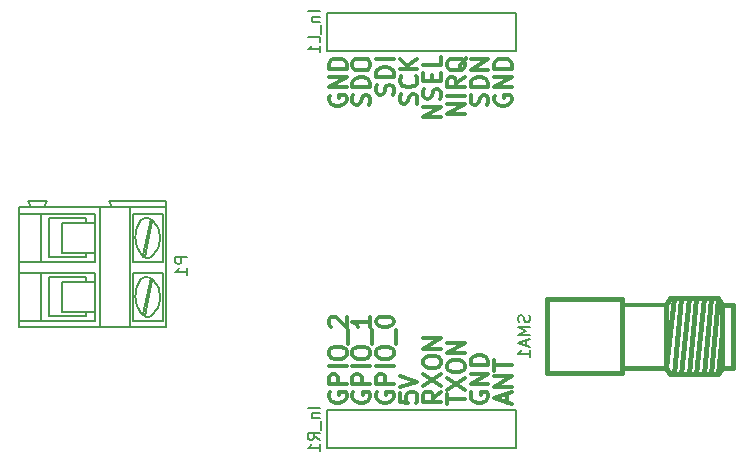
<source format=gbo>
G04 #@! TF.FileFunction,Legend,Bot*
%FSLAX46Y46*%
G04 Gerber Fmt 4.6, Leading zero omitted, Abs format (unit mm)*
G04 Created by KiCad (PCBNEW 4.0.2-4+6225~38~ubuntu15.10.1-stable) date vie 19 feb 2016 01:19:40 CLT*
%MOMM*%
G01*
G04 APERTURE LIST*
%ADD10C,0.150000*%
%ADD11C,0.300000*%
%ADD12C,0.381000*%
%ADD13C,0.318000*%
G04 APERTURE END LIST*
D10*
D11*
X76030800Y-72366686D02*
X76030800Y-71652400D01*
X76459371Y-72509543D02*
X74959371Y-72009543D01*
X76459371Y-71509543D01*
X76459371Y-71009543D02*
X74959371Y-71009543D01*
X76459371Y-70152400D01*
X74959371Y-70152400D01*
X74959371Y-69652400D02*
X74959371Y-68795257D01*
X76459371Y-69223828D02*
X74959371Y-69223828D01*
X61030800Y-46380972D02*
X60959371Y-46523829D01*
X60959371Y-46738115D01*
X61030800Y-46952400D01*
X61173657Y-47095258D01*
X61316514Y-47166686D01*
X61602229Y-47238115D01*
X61816514Y-47238115D01*
X62102229Y-47166686D01*
X62245086Y-47095258D01*
X62387943Y-46952400D01*
X62459371Y-46738115D01*
X62459371Y-46595258D01*
X62387943Y-46380972D01*
X62316514Y-46309543D01*
X61816514Y-46309543D01*
X61816514Y-46595258D01*
X62459371Y-45666686D02*
X60959371Y-45666686D01*
X62459371Y-44809543D01*
X60959371Y-44809543D01*
X62459371Y-44095257D02*
X60959371Y-44095257D01*
X60959371Y-43738114D01*
X61030800Y-43523829D01*
X61173657Y-43380971D01*
X61316514Y-43309543D01*
X61602229Y-43238114D01*
X61816514Y-43238114D01*
X62102229Y-43309543D01*
X62245086Y-43380971D01*
X62387943Y-43523829D01*
X62459371Y-43738114D01*
X62459371Y-44095257D01*
X75030800Y-46380972D02*
X74959371Y-46523829D01*
X74959371Y-46738115D01*
X75030800Y-46952400D01*
X75173657Y-47095258D01*
X75316514Y-47166686D01*
X75602229Y-47238115D01*
X75816514Y-47238115D01*
X76102229Y-47166686D01*
X76245086Y-47095258D01*
X76387943Y-46952400D01*
X76459371Y-46738115D01*
X76459371Y-46595258D01*
X76387943Y-46380972D01*
X76316514Y-46309543D01*
X75816514Y-46309543D01*
X75816514Y-46595258D01*
X76459371Y-45666686D02*
X74959371Y-45666686D01*
X76459371Y-44809543D01*
X74959371Y-44809543D01*
X76459371Y-44095257D02*
X74959371Y-44095257D01*
X74959371Y-43738114D01*
X75030800Y-43523829D01*
X75173657Y-43380971D01*
X75316514Y-43309543D01*
X75602229Y-43238114D01*
X75816514Y-43238114D01*
X76102229Y-43309543D01*
X76245086Y-43380971D01*
X76387943Y-43523829D01*
X76459371Y-43738114D01*
X76459371Y-44095257D01*
X64387943Y-47166686D02*
X64459371Y-46952400D01*
X64459371Y-46595257D01*
X64387943Y-46452400D01*
X64316514Y-46380971D01*
X64173657Y-46309543D01*
X64030800Y-46309543D01*
X63887943Y-46380971D01*
X63816514Y-46452400D01*
X63745086Y-46595257D01*
X63673657Y-46880971D01*
X63602229Y-47023829D01*
X63530800Y-47095257D01*
X63387943Y-47166686D01*
X63245086Y-47166686D01*
X63102229Y-47095257D01*
X63030800Y-47023829D01*
X62959371Y-46880971D01*
X62959371Y-46523829D01*
X63030800Y-46309543D01*
X64459371Y-45666686D02*
X62959371Y-45666686D01*
X62959371Y-45309543D01*
X63030800Y-45095258D01*
X63173657Y-44952400D01*
X63316514Y-44880972D01*
X63602229Y-44809543D01*
X63816514Y-44809543D01*
X64102229Y-44880972D01*
X64245086Y-44952400D01*
X64387943Y-45095258D01*
X64459371Y-45309543D01*
X64459371Y-45666686D01*
X62959371Y-43880972D02*
X62959371Y-43595258D01*
X63030800Y-43452400D01*
X63173657Y-43309543D01*
X63459371Y-43238115D01*
X63959371Y-43238115D01*
X64245086Y-43309543D01*
X64387943Y-43452400D01*
X64459371Y-43595258D01*
X64459371Y-43880972D01*
X64387943Y-44023829D01*
X64245086Y-44166686D01*
X63959371Y-44238115D01*
X63459371Y-44238115D01*
X63173657Y-44166686D01*
X63030800Y-44023829D01*
X62959371Y-43880972D01*
X66387943Y-46309543D02*
X66459371Y-46095257D01*
X66459371Y-45738114D01*
X66387943Y-45595257D01*
X66316514Y-45523828D01*
X66173657Y-45452400D01*
X66030800Y-45452400D01*
X65887943Y-45523828D01*
X65816514Y-45595257D01*
X65745086Y-45738114D01*
X65673657Y-46023828D01*
X65602229Y-46166686D01*
X65530800Y-46238114D01*
X65387943Y-46309543D01*
X65245086Y-46309543D01*
X65102229Y-46238114D01*
X65030800Y-46166686D01*
X64959371Y-46023828D01*
X64959371Y-45666686D01*
X65030800Y-45452400D01*
X66459371Y-44809543D02*
X64959371Y-44809543D01*
X64959371Y-44452400D01*
X65030800Y-44238115D01*
X65173657Y-44095257D01*
X65316514Y-44023829D01*
X65602229Y-43952400D01*
X65816514Y-43952400D01*
X66102229Y-44023829D01*
X66245086Y-44095257D01*
X66387943Y-44238115D01*
X66459371Y-44452400D01*
X66459371Y-44809543D01*
X66459371Y-43309543D02*
X64959371Y-43309543D01*
X68387943Y-47095257D02*
X68459371Y-46880971D01*
X68459371Y-46523828D01*
X68387943Y-46380971D01*
X68316514Y-46309542D01*
X68173657Y-46238114D01*
X68030800Y-46238114D01*
X67887943Y-46309542D01*
X67816514Y-46380971D01*
X67745086Y-46523828D01*
X67673657Y-46809542D01*
X67602229Y-46952400D01*
X67530800Y-47023828D01*
X67387943Y-47095257D01*
X67245086Y-47095257D01*
X67102229Y-47023828D01*
X67030800Y-46952400D01*
X66959371Y-46809542D01*
X66959371Y-46452400D01*
X67030800Y-46238114D01*
X68316514Y-44738114D02*
X68387943Y-44809543D01*
X68459371Y-45023829D01*
X68459371Y-45166686D01*
X68387943Y-45380971D01*
X68245086Y-45523829D01*
X68102229Y-45595257D01*
X67816514Y-45666686D01*
X67602229Y-45666686D01*
X67316514Y-45595257D01*
X67173657Y-45523829D01*
X67030800Y-45380971D01*
X66959371Y-45166686D01*
X66959371Y-45023829D01*
X67030800Y-44809543D01*
X67102229Y-44738114D01*
X68459371Y-44095257D02*
X66959371Y-44095257D01*
X68459371Y-43238114D02*
X67602229Y-43880971D01*
X66959371Y-43238114D02*
X67816514Y-44095257D01*
X70459371Y-48166686D02*
X68959371Y-48166686D01*
X70459371Y-47309543D01*
X68959371Y-47309543D01*
X70387943Y-46666686D02*
X70459371Y-46452400D01*
X70459371Y-46095257D01*
X70387943Y-45952400D01*
X70316514Y-45880971D01*
X70173657Y-45809543D01*
X70030800Y-45809543D01*
X69887943Y-45880971D01*
X69816514Y-45952400D01*
X69745086Y-46095257D01*
X69673657Y-46380971D01*
X69602229Y-46523829D01*
X69530800Y-46595257D01*
X69387943Y-46666686D01*
X69245086Y-46666686D01*
X69102229Y-46595257D01*
X69030800Y-46523829D01*
X68959371Y-46380971D01*
X68959371Y-46023829D01*
X69030800Y-45809543D01*
X69673657Y-45166686D02*
X69673657Y-44666686D01*
X70459371Y-44452400D02*
X70459371Y-45166686D01*
X68959371Y-45166686D01*
X68959371Y-44452400D01*
X70459371Y-43095257D02*
X70459371Y-43809543D01*
X68959371Y-43809543D01*
X72459371Y-47952401D02*
X70959371Y-47952401D01*
X72459371Y-47095258D01*
X70959371Y-47095258D01*
X72459371Y-46380972D02*
X70959371Y-46380972D01*
X72459371Y-44809543D02*
X71745086Y-45309543D01*
X72459371Y-45666686D02*
X70959371Y-45666686D01*
X70959371Y-45095258D01*
X71030800Y-44952400D01*
X71102229Y-44880972D01*
X71245086Y-44809543D01*
X71459371Y-44809543D01*
X71602229Y-44880972D01*
X71673657Y-44952400D01*
X71745086Y-45095258D01*
X71745086Y-45666686D01*
X72602229Y-43166686D02*
X72530800Y-43309543D01*
X72387943Y-43452400D01*
X72173657Y-43666686D01*
X72102229Y-43809543D01*
X72102229Y-43952400D01*
X72459371Y-43880972D02*
X72387943Y-44023829D01*
X72245086Y-44166686D01*
X71959371Y-44238115D01*
X71459371Y-44238115D01*
X71173657Y-44166686D01*
X71030800Y-44023829D01*
X70959371Y-43880972D01*
X70959371Y-43595258D01*
X71030800Y-43452400D01*
X71173657Y-43309543D01*
X71459371Y-43238115D01*
X71959371Y-43238115D01*
X72245086Y-43309543D01*
X72387943Y-43452400D01*
X72459371Y-43595258D01*
X72459371Y-43880972D01*
X74387943Y-47166686D02*
X74459371Y-46952400D01*
X74459371Y-46595257D01*
X74387943Y-46452400D01*
X74316514Y-46380971D01*
X74173657Y-46309543D01*
X74030800Y-46309543D01*
X73887943Y-46380971D01*
X73816514Y-46452400D01*
X73745086Y-46595257D01*
X73673657Y-46880971D01*
X73602229Y-47023829D01*
X73530800Y-47095257D01*
X73387943Y-47166686D01*
X73245086Y-47166686D01*
X73102229Y-47095257D01*
X73030800Y-47023829D01*
X72959371Y-46880971D01*
X72959371Y-46523829D01*
X73030800Y-46309543D01*
X74459371Y-45666686D02*
X72959371Y-45666686D01*
X72959371Y-45309543D01*
X73030800Y-45095258D01*
X73173657Y-44952400D01*
X73316514Y-44880972D01*
X73602229Y-44809543D01*
X73816514Y-44809543D01*
X74102229Y-44880972D01*
X74245086Y-44952400D01*
X74387943Y-45095258D01*
X74459371Y-45309543D01*
X74459371Y-45666686D01*
X74459371Y-44166686D02*
X72959371Y-44166686D01*
X74459371Y-43309543D01*
X72959371Y-43309543D01*
X61030800Y-71509543D02*
X60959371Y-71652400D01*
X60959371Y-71866686D01*
X61030800Y-72080971D01*
X61173657Y-72223829D01*
X61316514Y-72295257D01*
X61602229Y-72366686D01*
X61816514Y-72366686D01*
X62102229Y-72295257D01*
X62245086Y-72223829D01*
X62387943Y-72080971D01*
X62459371Y-71866686D01*
X62459371Y-71723829D01*
X62387943Y-71509543D01*
X62316514Y-71438114D01*
X61816514Y-71438114D01*
X61816514Y-71723829D01*
X62459371Y-70795257D02*
X60959371Y-70795257D01*
X60959371Y-70223829D01*
X61030800Y-70080971D01*
X61102229Y-70009543D01*
X61245086Y-69938114D01*
X61459371Y-69938114D01*
X61602229Y-70009543D01*
X61673657Y-70080971D01*
X61745086Y-70223829D01*
X61745086Y-70795257D01*
X62459371Y-69295257D02*
X60959371Y-69295257D01*
X60959371Y-68295257D02*
X60959371Y-68009543D01*
X61030800Y-67866685D01*
X61173657Y-67723828D01*
X61459371Y-67652400D01*
X61959371Y-67652400D01*
X62245086Y-67723828D01*
X62387943Y-67866685D01*
X62459371Y-68009543D01*
X62459371Y-68295257D01*
X62387943Y-68438114D01*
X62245086Y-68580971D01*
X61959371Y-68652400D01*
X61459371Y-68652400D01*
X61173657Y-68580971D01*
X61030800Y-68438114D01*
X60959371Y-68295257D01*
X62602229Y-67366685D02*
X62602229Y-66223828D01*
X61102229Y-65938114D02*
X61030800Y-65866685D01*
X60959371Y-65723828D01*
X60959371Y-65366685D01*
X61030800Y-65223828D01*
X61102229Y-65152399D01*
X61245086Y-65080971D01*
X61387943Y-65080971D01*
X61602229Y-65152399D01*
X62459371Y-66009542D01*
X62459371Y-65080971D01*
X63030800Y-71509543D02*
X62959371Y-71652400D01*
X62959371Y-71866686D01*
X63030800Y-72080971D01*
X63173657Y-72223829D01*
X63316514Y-72295257D01*
X63602229Y-72366686D01*
X63816514Y-72366686D01*
X64102229Y-72295257D01*
X64245086Y-72223829D01*
X64387943Y-72080971D01*
X64459371Y-71866686D01*
X64459371Y-71723829D01*
X64387943Y-71509543D01*
X64316514Y-71438114D01*
X63816514Y-71438114D01*
X63816514Y-71723829D01*
X64459371Y-70795257D02*
X62959371Y-70795257D01*
X62959371Y-70223829D01*
X63030800Y-70080971D01*
X63102229Y-70009543D01*
X63245086Y-69938114D01*
X63459371Y-69938114D01*
X63602229Y-70009543D01*
X63673657Y-70080971D01*
X63745086Y-70223829D01*
X63745086Y-70795257D01*
X64459371Y-69295257D02*
X62959371Y-69295257D01*
X62959371Y-68295257D02*
X62959371Y-68009543D01*
X63030800Y-67866685D01*
X63173657Y-67723828D01*
X63459371Y-67652400D01*
X63959371Y-67652400D01*
X64245086Y-67723828D01*
X64387943Y-67866685D01*
X64459371Y-68009543D01*
X64459371Y-68295257D01*
X64387943Y-68438114D01*
X64245086Y-68580971D01*
X63959371Y-68652400D01*
X63459371Y-68652400D01*
X63173657Y-68580971D01*
X63030800Y-68438114D01*
X62959371Y-68295257D01*
X64602229Y-67366685D02*
X64602229Y-66223828D01*
X64459371Y-65080971D02*
X64459371Y-65938114D01*
X64459371Y-65509542D02*
X62959371Y-65509542D01*
X63173657Y-65652399D01*
X63316514Y-65795257D01*
X63387943Y-65938114D01*
X65030800Y-71509543D02*
X64959371Y-71652400D01*
X64959371Y-71866686D01*
X65030800Y-72080971D01*
X65173657Y-72223829D01*
X65316514Y-72295257D01*
X65602229Y-72366686D01*
X65816514Y-72366686D01*
X66102229Y-72295257D01*
X66245086Y-72223829D01*
X66387943Y-72080971D01*
X66459371Y-71866686D01*
X66459371Y-71723829D01*
X66387943Y-71509543D01*
X66316514Y-71438114D01*
X65816514Y-71438114D01*
X65816514Y-71723829D01*
X66459371Y-70795257D02*
X64959371Y-70795257D01*
X64959371Y-70223829D01*
X65030800Y-70080971D01*
X65102229Y-70009543D01*
X65245086Y-69938114D01*
X65459371Y-69938114D01*
X65602229Y-70009543D01*
X65673657Y-70080971D01*
X65745086Y-70223829D01*
X65745086Y-70795257D01*
X66459371Y-69295257D02*
X64959371Y-69295257D01*
X64959371Y-68295257D02*
X64959371Y-68009543D01*
X65030800Y-67866685D01*
X65173657Y-67723828D01*
X65459371Y-67652400D01*
X65959371Y-67652400D01*
X66245086Y-67723828D01*
X66387943Y-67866685D01*
X66459371Y-68009543D01*
X66459371Y-68295257D01*
X66387943Y-68438114D01*
X66245086Y-68580971D01*
X65959371Y-68652400D01*
X65459371Y-68652400D01*
X65173657Y-68580971D01*
X65030800Y-68438114D01*
X64959371Y-68295257D01*
X66602229Y-67366685D02*
X66602229Y-66223828D01*
X64959371Y-65580971D02*
X64959371Y-65438114D01*
X65030800Y-65295257D01*
X65102229Y-65223828D01*
X65245086Y-65152399D01*
X65530800Y-65080971D01*
X65887943Y-65080971D01*
X66173657Y-65152399D01*
X66316514Y-65223828D01*
X66387943Y-65295257D01*
X66459371Y-65438114D01*
X66459371Y-65580971D01*
X66387943Y-65723828D01*
X66316514Y-65795257D01*
X66173657Y-65866685D01*
X65887943Y-65938114D01*
X65530800Y-65938114D01*
X65245086Y-65866685D01*
X65102229Y-65795257D01*
X65030800Y-65723828D01*
X64959371Y-65580971D01*
X70959371Y-72509543D02*
X70959371Y-71652400D01*
X72459371Y-72080971D02*
X70959371Y-72080971D01*
X70959371Y-71295257D02*
X72459371Y-70295257D01*
X70959371Y-70295257D02*
X72459371Y-71295257D01*
X70959371Y-69438115D02*
X70959371Y-69152401D01*
X71030800Y-69009543D01*
X71173657Y-68866686D01*
X71459371Y-68795258D01*
X71959371Y-68795258D01*
X72245086Y-68866686D01*
X72387943Y-69009543D01*
X72459371Y-69152401D01*
X72459371Y-69438115D01*
X72387943Y-69580972D01*
X72245086Y-69723829D01*
X71959371Y-69795258D01*
X71459371Y-69795258D01*
X71173657Y-69723829D01*
X71030800Y-69580972D01*
X70959371Y-69438115D01*
X72459371Y-68152400D02*
X70959371Y-68152400D01*
X72459371Y-67295257D01*
X70959371Y-67295257D01*
X70459371Y-71438114D02*
X69745086Y-71938114D01*
X70459371Y-72295257D02*
X68959371Y-72295257D01*
X68959371Y-71723829D01*
X69030800Y-71580971D01*
X69102229Y-71509543D01*
X69245086Y-71438114D01*
X69459371Y-71438114D01*
X69602229Y-71509543D01*
X69673657Y-71580971D01*
X69745086Y-71723829D01*
X69745086Y-72295257D01*
X68959371Y-70938114D02*
X70459371Y-69938114D01*
X68959371Y-69938114D02*
X70459371Y-70938114D01*
X68959371Y-69080972D02*
X68959371Y-68795258D01*
X69030800Y-68652400D01*
X69173657Y-68509543D01*
X69459371Y-68438115D01*
X69959371Y-68438115D01*
X70245086Y-68509543D01*
X70387943Y-68652400D01*
X70459371Y-68795258D01*
X70459371Y-69080972D01*
X70387943Y-69223829D01*
X70245086Y-69366686D01*
X69959371Y-69438115D01*
X69459371Y-69438115D01*
X69173657Y-69366686D01*
X69030800Y-69223829D01*
X68959371Y-69080972D01*
X70459371Y-67795257D02*
X68959371Y-67795257D01*
X70459371Y-66938114D01*
X68959371Y-66938114D01*
X66959371Y-71580971D02*
X66959371Y-72295257D01*
X67673657Y-72366686D01*
X67602229Y-72295257D01*
X67530800Y-72152400D01*
X67530800Y-71795257D01*
X67602229Y-71652400D01*
X67673657Y-71580971D01*
X67816514Y-71509543D01*
X68173657Y-71509543D01*
X68316514Y-71580971D01*
X68387943Y-71652400D01*
X68459371Y-71795257D01*
X68459371Y-72152400D01*
X68387943Y-72295257D01*
X68316514Y-72366686D01*
X66959371Y-71080972D02*
X68459371Y-70580972D01*
X66959371Y-70080972D01*
X73030800Y-71509543D02*
X72959371Y-71652400D01*
X72959371Y-71866686D01*
X73030800Y-72080971D01*
X73173657Y-72223829D01*
X73316514Y-72295257D01*
X73602229Y-72366686D01*
X73816514Y-72366686D01*
X74102229Y-72295257D01*
X74245086Y-72223829D01*
X74387943Y-72080971D01*
X74459371Y-71866686D01*
X74459371Y-71723829D01*
X74387943Y-71509543D01*
X74316514Y-71438114D01*
X73816514Y-71438114D01*
X73816514Y-71723829D01*
X74459371Y-70795257D02*
X72959371Y-70795257D01*
X74459371Y-69938114D01*
X72959371Y-69938114D01*
X74459371Y-69223828D02*
X72959371Y-69223828D01*
X72959371Y-68866685D01*
X73030800Y-68652400D01*
X73173657Y-68509542D01*
X73316514Y-68438114D01*
X73602229Y-68366685D01*
X73816514Y-68366685D01*
X74102229Y-68438114D01*
X74245086Y-68509542D01*
X74387943Y-68652400D01*
X74459371Y-68866685D01*
X74459371Y-69223828D01*
D10*
X38392100Y-64672100D02*
X38392100Y-62132100D01*
X38392100Y-62132100D02*
X41186100Y-62132100D01*
X41186100Y-64672100D02*
X41186100Y-62132100D01*
X38392100Y-64672100D02*
X41186100Y-64672100D01*
X38392100Y-59668300D02*
X38392100Y-57128300D01*
X38392100Y-57128300D02*
X41186100Y-57128300D01*
X41186100Y-59668300D02*
X41186100Y-57128300D01*
X38392100Y-59668300D02*
X41186100Y-59668300D01*
X47155100Y-55807500D02*
X44107100Y-55807500D01*
X47155100Y-55807500D02*
X47155100Y-65992500D01*
X47155100Y-55807500D02*
X47155100Y-55299500D01*
X47155100Y-55299500D02*
X42329100Y-55299500D01*
X42329100Y-55299500D02*
X42583100Y-55807500D01*
X35471100Y-55299500D02*
X35725100Y-55807500D01*
X35725100Y-55807500D02*
X34709100Y-55807500D01*
X37122100Y-55299500D02*
X36868100Y-55807500D01*
X36868100Y-55807500D02*
X35725100Y-55807500D01*
X37122100Y-55299500D02*
X35471100Y-55299500D01*
X34709100Y-60430300D02*
X36614100Y-60430300D01*
X41186100Y-56366300D02*
X36614100Y-56366300D01*
X34709100Y-60430300D02*
X34709100Y-56366300D01*
X34709100Y-56366300D02*
X34709100Y-55807500D01*
X34709100Y-61370100D02*
X36614100Y-61370100D01*
X34709100Y-61370100D02*
X34709100Y-60430300D01*
X41186100Y-65434100D02*
X36614100Y-65434100D01*
X34709100Y-65992500D02*
X34709100Y-65434100D01*
X34709100Y-65434100D02*
X34709100Y-61370100D01*
X36614100Y-60430300D02*
X36614100Y-56366300D01*
X36614100Y-60430300D02*
X41186100Y-60430300D01*
X36614100Y-56366300D02*
X34709100Y-56366300D01*
X36614100Y-61370100D02*
X36614100Y-65434100D01*
X36614100Y-61370100D02*
X41186100Y-61370100D01*
X36614100Y-65434100D02*
X34709100Y-65434100D01*
X37249100Y-56747300D02*
X40424100Y-56747300D01*
X37249100Y-56747300D02*
X37249100Y-60049300D01*
X37249100Y-60049300D02*
X40424100Y-60049300D01*
X37249100Y-61751100D02*
X40424100Y-61751100D01*
X37249100Y-61751100D02*
X37249100Y-65053100D01*
X37249100Y-65053100D02*
X40424100Y-65053100D01*
X40424100Y-65053100D02*
X40424100Y-64672100D01*
X40424100Y-61751100D02*
X40424100Y-62132100D01*
X40424100Y-60049300D02*
X40424100Y-59668300D01*
X40424100Y-56747300D02*
X40424100Y-57128300D01*
X34709100Y-65992500D02*
X41567100Y-65992500D01*
X41567100Y-65992500D02*
X44107100Y-65992500D01*
X42583100Y-55807500D02*
X41567100Y-55807500D01*
X41567100Y-55807500D02*
X36868100Y-55807500D01*
X44107100Y-65992500D02*
X44107100Y-55807500D01*
X44107100Y-65992500D02*
X47155100Y-65992500D01*
X44107100Y-55807500D02*
X42583100Y-55807500D01*
X44361100Y-60430300D02*
X46901100Y-60430300D01*
X46901100Y-60430300D02*
X46901100Y-56366300D01*
X46901100Y-56366300D02*
X44361100Y-56366300D01*
X44361100Y-56366300D02*
X44361100Y-60430300D01*
X44361100Y-61370100D02*
X46901100Y-61370100D01*
X44361100Y-61370100D02*
X44361100Y-65434100D01*
X44361100Y-65434100D02*
X46901100Y-65434100D01*
X46901100Y-61370100D02*
X46901100Y-65434100D01*
X45377100Y-60023900D02*
X46012100Y-56975900D01*
X45250100Y-59896900D02*
X45885100Y-56848900D01*
X45377100Y-65027700D02*
X46012100Y-61977160D01*
X45250100Y-64900700D02*
X45885100Y-61852700D01*
X41186100Y-65434100D02*
X41186100Y-65053100D01*
X41186100Y-61370100D02*
X41186100Y-61751100D01*
X41186100Y-61751100D02*
X41186100Y-65053100D01*
X41567100Y-65992500D02*
X41567100Y-65053100D01*
X41567100Y-65053100D02*
X41567100Y-61751100D01*
X41567100Y-61751100D02*
X41567100Y-60049300D01*
X41567100Y-55807500D02*
X41567100Y-56747300D01*
X41567100Y-56747300D02*
X41567100Y-60049300D01*
X41186100Y-56366300D02*
X41186100Y-56747300D01*
X41186100Y-60430300D02*
X41186100Y-60049300D01*
X41186100Y-60049300D02*
X41186100Y-56747300D01*
X45017530Y-56929528D02*
G75*
G02X45984160Y-56876840I509430J-452772D01*
G01*
X45097204Y-59872228D02*
G75*
G02X45049440Y-56884460I1905496J1524728D01*
G01*
X45988944Y-56873089D02*
G75*
G02X45935900Y-60023900I-1348444J-1553151D01*
G01*
X45985581Y-59972597D02*
G75*
G02X45059600Y-59830860I-407821J431297D01*
G01*
X45014990Y-61933351D02*
G75*
G02X45984160Y-61878100I511970J-452749D01*
G01*
X45097204Y-64873488D02*
G75*
G02X45049440Y-61885720I1905496J1524728D01*
G01*
X45993947Y-61870927D02*
G75*
G02X45935900Y-65027700I-1353447J-1554033D01*
G01*
X45983119Y-64977020D02*
G75*
G02X45059600Y-64832120I-405359J431920D01*
G01*
D12*
X93941900Y-69931280D02*
X94256860Y-66471800D01*
X93311980Y-69931280D02*
X93941900Y-63545720D01*
X92682060Y-69931280D02*
X93311980Y-63545720D01*
X92049600Y-69931280D02*
X92682060Y-63545720D01*
X91419680Y-69931280D02*
X92049600Y-63545720D01*
X90789760Y-69931280D02*
X91419680Y-63545720D01*
X90159840Y-69931280D02*
X90789760Y-63545720D01*
X90159840Y-63545720D02*
X89529920Y-69397880D01*
X94256860Y-69397880D02*
X95201740Y-69397880D01*
X95201740Y-64079120D02*
X95201740Y-69397880D01*
X94256860Y-64079120D02*
X95201740Y-64079120D01*
X94256860Y-64079120D02*
X93941900Y-63545720D01*
X93941900Y-69931280D02*
X94256860Y-69397880D01*
X94256860Y-69397880D02*
X94256860Y-64079120D01*
X89844880Y-69931280D02*
X93941900Y-69931280D01*
X89529920Y-69397880D02*
X89844880Y-69931280D01*
X93941900Y-63545720D02*
X89844880Y-63545720D01*
X89844880Y-63545720D02*
X89529920Y-64079120D01*
X89529920Y-64079120D02*
X89529920Y-69397880D01*
D13*
X85750400Y-64079120D02*
X89529920Y-64079120D01*
D12*
X85750400Y-69397880D02*
X89529920Y-69397880D01*
X79451200Y-69888100D02*
X79451200Y-63588900D01*
X85750400Y-69888100D02*
X85750400Y-63588900D01*
X85750400Y-63588900D02*
X79451200Y-63588900D01*
X79451200Y-69888100D02*
X85750400Y-69888100D01*
D10*
X76780800Y-42608300D02*
X76780800Y-39408300D01*
X60780800Y-42608300D02*
X60780800Y-39408300D01*
X60780800Y-42608300D02*
X76780800Y-42608300D01*
X60780800Y-39408300D02*
X76780800Y-39408300D01*
X76780800Y-76202400D02*
X76780800Y-73002400D01*
X60780800Y-76202400D02*
X60780800Y-73002400D01*
X60780800Y-76202400D02*
X76780800Y-76202400D01*
X60780800Y-73002400D02*
X76780800Y-73002400D01*
X48953681Y-60056805D02*
X47953681Y-60056805D01*
X47953681Y-60437758D01*
X48001300Y-60532996D01*
X48048919Y-60580615D01*
X48144157Y-60628234D01*
X48287014Y-60628234D01*
X48382252Y-60580615D01*
X48429871Y-60532996D01*
X48477490Y-60437758D01*
X48477490Y-60056805D01*
X48953681Y-61580615D02*
X48953681Y-61009186D01*
X48953681Y-61294900D02*
X47953681Y-61294900D01*
X48096538Y-61199662D01*
X48191776Y-61104424D01*
X48239395Y-61009186D01*
X77925562Y-64976595D02*
X77973181Y-65119452D01*
X77973181Y-65357548D01*
X77925562Y-65452786D01*
X77877943Y-65500405D01*
X77782705Y-65548024D01*
X77687467Y-65548024D01*
X77592229Y-65500405D01*
X77544610Y-65452786D01*
X77496990Y-65357548D01*
X77449371Y-65167071D01*
X77401752Y-65071833D01*
X77354133Y-65024214D01*
X77258895Y-64976595D01*
X77163657Y-64976595D01*
X77068419Y-65024214D01*
X77020800Y-65071833D01*
X76973181Y-65167071D01*
X76973181Y-65405167D01*
X77020800Y-65548024D01*
X77973181Y-65976595D02*
X76973181Y-65976595D01*
X77687467Y-66309929D01*
X76973181Y-66643262D01*
X77973181Y-66643262D01*
X77687467Y-67071833D02*
X77687467Y-67548024D01*
X77973181Y-66976595D02*
X76973181Y-67309928D01*
X77973181Y-67643262D01*
X77973181Y-68500405D02*
X77973181Y-67928976D01*
X77973181Y-68214690D02*
X76973181Y-68214690D01*
X77116038Y-68119452D01*
X77211276Y-68024214D01*
X77258895Y-67928976D01*
X60180481Y-39230514D02*
X59180481Y-39230514D01*
X59513814Y-39706704D02*
X60180481Y-39706704D01*
X59609052Y-39706704D02*
X59561433Y-39754323D01*
X59513814Y-39849561D01*
X59513814Y-39992419D01*
X59561433Y-40087657D01*
X59656671Y-40135276D01*
X60180481Y-40135276D01*
X60275719Y-40373371D02*
X60275719Y-41135276D01*
X60180481Y-41849562D02*
X60180481Y-41373371D01*
X59180481Y-41373371D01*
X60180481Y-42706705D02*
X60180481Y-42135276D01*
X60180481Y-42420990D02*
X59180481Y-42420990D01*
X59323338Y-42325752D01*
X59418576Y-42230514D01*
X59466195Y-42135276D01*
X60180481Y-72802976D02*
X59180481Y-72802976D01*
X59513814Y-73279166D02*
X60180481Y-73279166D01*
X59609052Y-73279166D02*
X59561433Y-73326785D01*
X59513814Y-73422023D01*
X59513814Y-73564881D01*
X59561433Y-73660119D01*
X59656671Y-73707738D01*
X60180481Y-73707738D01*
X60275719Y-73945833D02*
X60275719Y-74707738D01*
X60180481Y-75517262D02*
X59704290Y-75183928D01*
X60180481Y-74945833D02*
X59180481Y-74945833D01*
X59180481Y-75326786D01*
X59228100Y-75422024D01*
X59275719Y-75469643D01*
X59370957Y-75517262D01*
X59513814Y-75517262D01*
X59609052Y-75469643D01*
X59656671Y-75422024D01*
X59704290Y-75326786D01*
X59704290Y-74945833D01*
X60180481Y-76469643D02*
X60180481Y-75898214D01*
X60180481Y-76183928D02*
X59180481Y-76183928D01*
X59323338Y-76088690D01*
X59418576Y-75993452D01*
X59466195Y-75898214D01*
M02*

</source>
